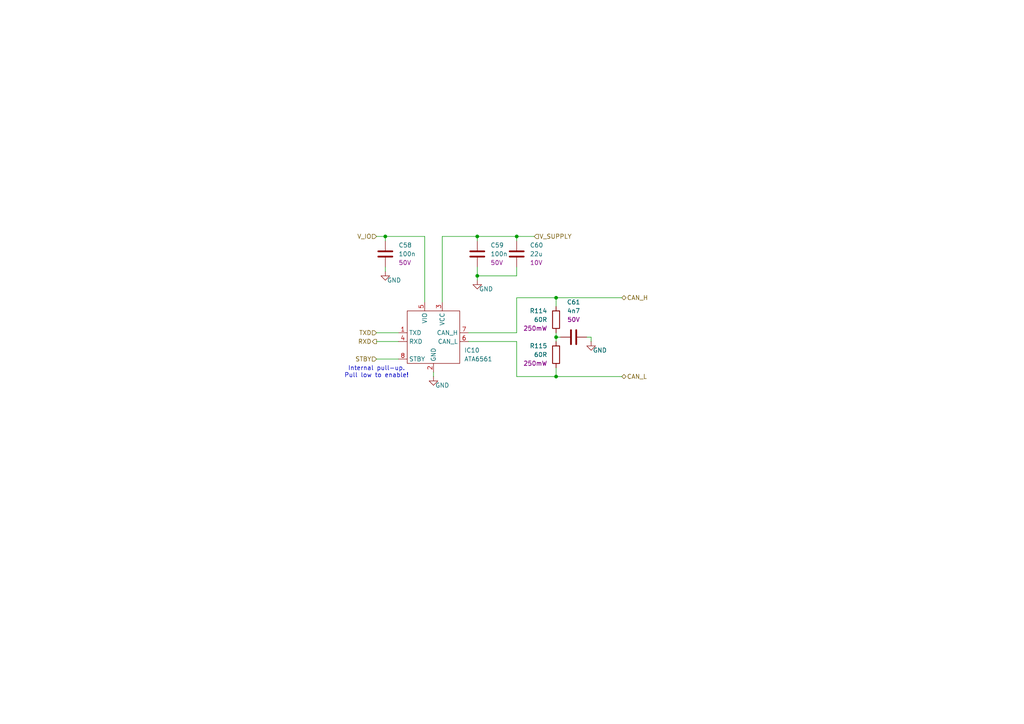
<source format=kicad_sch>
(kicad_sch (version 20250114) (generator "eeschema") (generator_version "9.0")
  (paper "A4")
  (title_block (title "VXDash RemoteECU") (date "2025-08-08") (rev "Proto A") (comment 1 "https://github.com/martinroger/VXDash") (comment 2 "https://cadlab.io/projects/vxdash"))
  (lib_symbols
    (symbol "VXDash_ICs:ATA6561"
      (property "Reference" "IC" (at -8.89 3.81 0))
      (property "Value" "ATA6561" (at -8.89 1.27 0))
      (symbol "ATA6561_0_0"
        (pin input line (at -10.16 -6.35 0) (length 2.54) (name "TXD") (number "1"))
        (pin output line (at -10.16 -8.89 0) (length 2.54) (name "RXD") (number "4"))
        (pin input line (at -10.16 -13.97 0) (length 2.54) (name "STBY") (number "8"))
        (pin power_in line (at -2.54 2.54 270) (length 2.54) (name "VIO") (number "5"))
        (pin power_in line (at 0 -17.78 90) (length 2.54) (name "GND") (number "2"))
        (pin power_in line (at 2.54 2.54 270) (length 2.54) (name "VCC") (number "3"))
        (pin output line (at 10.16 -6.35 180) (length 2.54) (name "CAN_H") (number "7"))
        (pin output line (at 10.16 -8.89 180) (length 2.54) (name "CAN_L") (number "6"))
      )
      (symbol "ATA6561_0_1"
        (rectangle (start -7.62 0) (end 7.62 -15.24))
      )
    )
    (symbol "VXDash_passives:Cap_MLCC" (pin_numbers (hide yes)) (pin_names (offset 0.254))
      (property "Reference" "C" (at 2.54 2.54 0))
      (property "Value" "Cap_MLCC" (at 2.54 0 0))
      (property "Voltage" "50V" (at 2.54 -2.54 0))
      (symbol "Cap_MLCC_0_1"
        (polyline (pts (xy -2.032 0.762) (xy 2.032 0.762)) (stroke (width 0.508)))
        (polyline (pts (xy -2.032 -0.762) (xy 2.032 -0.762)) (stroke (width 0.508)))
      )
      (symbol "Cap_MLCC_1_1"
        (pin passive line (at 0 3.81 270) (length 2.794) (name "~") (number "1"))
        (pin passive line (at 0 -3.81 90) (length 2.794) (name "~") (number "2"))
      )
    )
    (symbol "VXDash_passives:Res" (pin_numbers (hide yes)) (pin_names (offset 0))
      (property "Reference" "R" (at 1.27 1.27 0))
      (property "Value" "Res" (at 1.27 -1.27 0))
      (symbol "Res_0_1"
        (rectangle (start -1.016 -2.54) (end 1.016 2.54) (stroke (width 0.254)))
      )
      (symbol "Res_1_1"
        (pin passive line (at 0 3.81 270) (length 1.27) (name "~") (number "1"))
        (pin passive line (at 0 -3.81 90) (length 1.27) (name "~") (number "2"))
      )
    )
    (symbol "power:GND" (power) (pin_numbers (hide yes)) (pin_names (offset 0) (hide yes))
      (property "Value" "GND" (at 0 -3.81 0))
      (symbol "GND_0_1"
        (polyline (pts (xy 0 0) (xy 0 -1.27) (xy 1.27 -1.27) (xy 0 -2.54) (xy -1.27 -1.27) (xy 0 -1.27)))
      )
      (symbol "GND_1_1"
        (pin power_in line (at 0 0 270) (length 0) (name "~") (number "1"))
      )
    )
  )
  (text "Internal pull-up.\nPull low to enable!" (at 109.22 107.95 0) (effects (font (size 1.27 1.27))))
  (junction (at 161.29 109.22))
  (junction (at 149.86 68.58))
  (junction (at 161.29 97.79))
  (junction (at 138.43 80.01))
  (junction (at 161.29 86.36))
  (junction (at 111.76 68.58))
  (junction (at 138.43 68.58))
  (wire (pts (xy 128.27 68.58) (xy 128.27 87.63)))
  (wire (pts (xy 109.22 96.52) (xy 115.57 96.52)))
  (wire (pts (xy 111.76 78.74) (xy 111.76 77.47)))
  (wire (pts (xy 138.43 80.01) (xy 149.86 80.01)))
  (wire (pts (xy 109.22 68.58) (xy 111.76 68.58)))
  (wire (pts (xy 123.19 68.58) (xy 123.19 87.63)))
  (wire (pts (xy 138.43 68.58) (xy 138.43 69.85)))
  (wire (pts (xy 138.43 68.58) (xy 149.86 68.58)))
  (wire (pts (xy 109.22 104.14) (xy 115.57 104.14)))
  (wire (pts (xy 109.22 99.06) (xy 115.57 99.06)))
  (wire (pts (xy 123.19 68.58) (xy 111.76 68.58)))
  (wire (pts (xy 138.43 81.28) (xy 138.43 80.01)))
  (wire (pts (xy 149.86 99.06) (xy 149.86 109.22)))
  (wire (pts (xy 161.29 86.36) (xy 180.34 86.36)))
  (wire (pts (xy 161.29 106.68) (xy 161.29 109.22)))
  (wire (pts (xy 149.86 96.52) (xy 149.86 86.36)))
  (wire (pts (xy 161.29 97.79) (xy 161.29 99.06)))
  (wire (pts (xy 149.86 86.36) (xy 161.29 86.36)))
  (wire (pts (xy 135.89 99.06) (xy 149.86 99.06)))
  (wire (pts (xy 149.86 109.22) (xy 161.29 109.22)))
  (wire (pts (xy 161.29 109.22) (xy 180.34 109.22)))
  (wire (pts (xy 161.29 88.9) (xy 161.29 86.36)))
  (wire (pts (xy 128.27 68.58) (xy 138.43 68.58)))
  (wire (pts (xy 135.89 96.52) (xy 149.86 96.52)))
  (wire (pts (xy 161.29 96.52) (xy 161.29 97.79)))
  (wire (pts (xy 111.76 68.58) (xy 111.76 69.85)))
  (wire (pts (xy 125.73 107.95) (xy 125.73 109.22)))
  (wire (pts (xy 149.86 68.58) (xy 154.94 68.58)))
  (wire (pts (xy 171.45 97.79) (xy 171.45 99.06)))
  (wire (pts (xy 170.18 97.79) (xy 171.45 97.79)))
  (wire (pts (xy 138.43 80.01) (xy 138.43 77.47)))
  (wire (pts (xy 149.86 68.58) (xy 149.86 69.85)))
  (wire (pts (xy 161.29 97.79) (xy 162.56 97.79)))
  (wire (pts (xy 149.86 77.47) (xy 149.86 80.01)))
  (hierarchical_label "CAN_H" (shape bidirectional) (at 180.34 86.36 0))
  (hierarchical_label "V_IO" (shape input) (at 109.22 68.58 180))
  (hierarchical_label "V_SUPPLY" (shape input) (at 154.94 68.58 0))
  (hierarchical_label "TXD" (shape input) (at 109.22 96.52 180))
  (hierarchical_label "CAN_L" (shape bidirectional) (at 180.34 109.22 0))
  (hierarchical_label "RXD" (shape output) (at 109.22 99.06 180))
  (hierarchical_label "STBY" (shape input) (at 109.22 104.14 180))
  (symbol (lib_id "power:GND") (at 171.45 99.06 0) (unit 1)
    (property "Reference" "#PWR068" (effects (hide yes)))
    (property "Value" "GND" (at 173.99 101.6 0))
    (property "Description" "Power symbol creates a global label with name \"GND\" , ground" (effects (hide yes)))
  )
  (symbol (lib_id "VXDash_passives:Cap_MLCC") (at 111.76 73.66 0) (mirror y) (unit 1)
    (property "Reference" "C58" (at 115.57 71.1199 0) (effects (justify right)))
    (property "Value" "100n" (at 115.57 73.6599 0) (effects (justify right)))
    (property "Dielectric" "X7R" (effects (hide yes)))
    (property "Tol" "10%" (effects (hide yes)))
    (property "Voltage" "50V" (at 115.57 76.1999 0) (effects (justify right)))
  )
  (symbol (lib_id "VXDash_passives:Res") (at 161.29 102.87 0) (mirror x) (unit 1)
    (property "Reference" "R115" (at 158.75 100.3299 0) (effects (justify right)))
    (property "Value" "60R" (at 158.75 102.8699 0) (effects (justify right)))
    (property "Footprint" "Resistor_SMD:R_0805_2012Metric_Pad1.20x1.40mm_HandSolder" (effects (hide yes)))
    (property "Tol" "1%" (effects (hide yes)))
    (property "Power" "250mW" (at 158.75 105.4099 0) (effects (justify right)))
  )
  (symbol (lib_id "VXDash_passives:Res") (at 161.29 92.71 0) (mirror x) (unit 1)
    (property "Reference" "R114" (at 158.75 90.1699 0) (effects (justify right)))
    (property "Value" "60R" (at 158.75 92.7099 0) (effects (justify right)))
    (property "Footprint" "Resistor_SMD:R_0805_2012Metric_Pad1.20x1.40mm_HandSolder" (effects (hide yes)))
    (property "Tol" "1%" (effects (hide yes)))
    (property "Power" "250mW" (at 158.75 95.2499 0) (effects (justify right)))
  )
  (symbol (lib_id "VXDash_passives:Cap_MLCC") (at 138.43 73.66 0) (mirror y) (unit 1)
    (property "Reference" "C59" (at 142.24 71.1199 0) (effects (justify right)))
    (property "Value" "100n" (at 142.24 73.6599 0) (effects (justify right)))
    (property "Dielectric" "X7R" (effects (hide yes)))
    (property "Tol" "10%" (effects (hide yes)))
    (property "Voltage" "50V" (at 142.24 76.1999 0) (effects (justify right)))
  )
  (symbol (lib_id "VXDash_passives:Cap_MLCC") (at 166.37 97.79 90) (mirror x) (unit 1)
    (property "Reference" "C61" (at 166.37 87.63 90))
    (property "Value" "4n7" (at 166.37 90.17 90))
    (property "Dielectric" "X7R" (effects (hide yes)))
    (property "Tol" "10%" (effects (hide yes)))
    (property "Voltage" "50V" (at 166.37 92.71 90))
  )
  (symbol (lib_id "VXDash_passives:Cap_MLCC") (at 149.86 73.66 0) (unit 1)
    (property "Reference" "C60" (at 153.67 71.1199 0) (effects (justify left)))
    (property "Value" "22u" (at 153.67 73.6599 0) (effects (justify left)))
    (property "Footprint" "Capacitor_SMD:C_1206_3216Metric_Pad1.33x1.80mm_HandSolder" (effects (hide yes)))
    (property "Voltage" "10V" (at 153.67 76.1999 0) (effects (justify left)))
    (property "Tol" "20%" (effects (hide yes)))
    (property "Dielectric" "X7R" (effects (hide yes)))
  )
  (symbol (lib_id "VXDash_ICs:ATA6561") (at 125.73 90.17 0) (unit 1)
    (property "Reference" "IC10" (at 134.62 101.6 0) (effects (justify left)))
    (property "Value" "ATA6561" (at 134.62 104.14 0) (effects (justify left)))
    (property "Footprint" "Package_SO:SOIC-8_3.9x4.9mm_P1.27mm" (effects (hide yes)))
    (property "Datasheet" "https://ww1.microchip.com/downloads/en/DeviceDoc/20005991B.pdf" (effects (hide yes)))
    (property "Description" "High-Speed CAN Transceiver with standy-by and VIO pin for compatibility with 3.3V and 5V microcontroller" (effects (hide yes)))
    (property "MFT" "Microchip" (effects (hide yes)))
    (property "MFT_PN" "ATA6561-GAQW" (effects (hide yes)))
    (property "ALT_MFT_PN_1" "ATA6561-GAQW-N" (effects (hide yes)))
  )
  (symbol (lib_id "power:GND") (at 138.43 81.28 0) (unit 1)
    (property "Reference" "#PWR067" (effects (hide yes)))
    (property "Value" "GND" (at 140.97 83.82 0))
    (property "Description" "Power symbol creates a global label with name \"GND\" , ground" (effects (hide yes)))
  )
  (symbol (lib_id "power:GND") (at 111.76 78.74 0) (unit 1)
    (property "Reference" "#PWR065" (effects (hide yes)))
    (property "Value" "GND" (at 114.3 81.28 0))
    (property "Description" "Power symbol creates a global label with name \"GND\" , ground" (effects (hide yes)))
  )
  (symbol (lib_id "power:GND") (at 125.73 109.22 0) (unit 1)
    (property "Reference" "#PWR066" (effects (hide yes)))
    (property "Value" "GND" (at 128.27 111.76 0))
    (property "Description" "Power symbol creates a global label with name \"GND\" , ground" (effects (hide yes)))
  )
)
</source>
